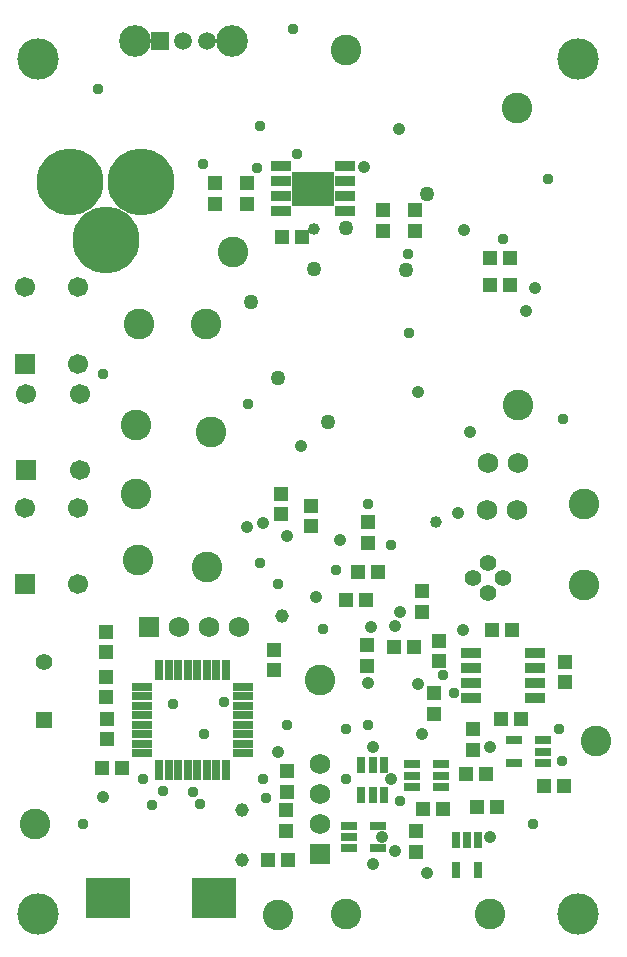
<source format=gbs>
G04 EAGLE Gerber RS-274X export*
G75*
%MOMM*%
%FSLAX34Y34*%
%LPD*%
%INBottom Soldermask*%
%IPPOS*%
%AMOC8*
5,1,8,0,0,1.08239X$1,22.5*%
G01*
%ADD10R,1.303200X1.203200*%
%ADD11R,1.203200X1.303200*%
%ADD12R,1.729200X0.853200*%
%ADD13R,1.403200X0.803200*%
%ADD14R,1.511200X1.511200*%
%ADD15C,1.511200*%
%ADD16C,2.693200*%
%ADD17R,0.803200X1.403200*%
%ADD18R,1.728200X0.853200*%
%ADD19R,3.603200X2.913200*%
%ADD20R,1.733200X1.733200*%
%ADD21C,1.733200*%
%ADD22C,1.727200*%
%ADD23R,3.753200X3.403200*%
%ADD24C,1.701200*%
%ADD25R,1.701200X1.701200*%
%ADD26C,1.411200*%
%ADD27R,1.664400X0.704000*%
%ADD28R,0.704000X1.664400*%
%ADD29C,5.663200*%
%ADD30C,2.603200*%
%ADD31R,1.408200X1.408200*%
%ADD32C,1.408200*%
%ADD33C,3.505200*%
%ADD34C,0.959600*%
%ADD35C,1.259600*%
%ADD36C,1.059600*%
%ADD37C,1.159600*%
%ADD38C,1.009600*%


D10*
X343780Y149860D03*
X326780Y149860D03*
D11*
X364490Y137550D03*
X364490Y154550D03*
X471170Y119770D03*
X471170Y136770D03*
X393700Y79620D03*
X393700Y62620D03*
D10*
X453780Y31750D03*
X470780Y31750D03*
D12*
X446220Y144780D03*
X446220Y132080D03*
X446220Y119380D03*
X446220Y106680D03*
X391980Y106680D03*
X391980Y119380D03*
X391980Y132080D03*
X391980Y144780D03*
D13*
X453190Y70460D03*
X453190Y60960D03*
X453190Y51460D03*
X428190Y51460D03*
X428190Y70460D03*
D11*
X426330Y163830D03*
X409330Y163830D03*
D10*
X360680Y110100D03*
X360680Y93100D03*
D11*
X416950Y88900D03*
X433950Y88900D03*
X425060Y478790D03*
X408060Y478790D03*
X425060Y455930D03*
X408060Y455930D03*
D14*
X128270Y662940D03*
D15*
X148270Y662940D03*
X168270Y662940D03*
D16*
X107270Y662940D03*
X189270Y662940D03*
D10*
X79130Y46990D03*
X96130Y46990D03*
D11*
X344170Y519040D03*
X344170Y502040D03*
X317500Y519040D03*
X317500Y502040D03*
X224790Y129930D03*
X224790Y146930D03*
D10*
X231530Y496570D03*
X248530Y496570D03*
D11*
X83820Y71510D03*
X83820Y88510D03*
X345440Y-6740D03*
X345440Y-23740D03*
D17*
X379120Y-14170D03*
X388620Y-14170D03*
X398120Y-14170D03*
X398120Y-39170D03*
X379120Y-39170D03*
X299110Y49330D03*
X308610Y49330D03*
X318110Y49330D03*
X318110Y24330D03*
X308610Y24330D03*
X299110Y24330D03*
D13*
X341830Y31140D03*
X341830Y40640D03*
X341830Y50140D03*
X366830Y50140D03*
X366830Y40640D03*
X366830Y31140D03*
D11*
X367910Y12700D03*
X350910Y12700D03*
D18*
X231417Y518272D03*
X231417Y530972D03*
X231417Y543672D03*
X231417Y556372D03*
X285657Y556372D03*
X285657Y543672D03*
X285657Y530972D03*
X285657Y518272D03*
D19*
X258537Y537322D03*
D20*
X264160Y-25400D03*
D21*
X264160Y0D03*
X264160Y25400D03*
X264160Y50800D03*
D22*
X430530Y265430D03*
X405130Y265430D03*
D23*
X84742Y-62691D03*
X174742Y-62691D03*
D22*
X406517Y305517D03*
X431917Y305517D03*
D10*
X231140Y279010D03*
X231140Y262010D03*
X256540Y268850D03*
X256540Y251850D03*
D11*
X237100Y-30480D03*
X220100Y-30480D03*
X414153Y13848D03*
X397153Y13848D03*
D10*
X303530Y150740D03*
X303530Y133740D03*
D11*
X404740Y41910D03*
X387740Y41910D03*
D10*
X175260Y541900D03*
X175260Y524900D03*
X201930Y524900D03*
X201930Y541900D03*
X236220Y27060D03*
X236220Y44060D03*
X234950Y11040D03*
X234950Y-5960D03*
D24*
X59330Y202450D03*
D25*
X14330Y202450D03*
D24*
X59330Y267450D03*
X14330Y267450D03*
X60600Y298970D03*
D25*
X15600Y298970D03*
D24*
X60600Y363970D03*
X15600Y363970D03*
X59330Y389140D03*
D25*
X14330Y389140D03*
D24*
X59330Y454140D03*
X14330Y454140D03*
D26*
X406400Y195580D03*
X406400Y220980D03*
X393700Y208280D03*
X419100Y208280D03*
D10*
X304800Y237880D03*
X304800Y254880D03*
D27*
X113710Y59630D03*
X113710Y67630D03*
X113710Y75630D03*
X113710Y83630D03*
X113710Y91630D03*
X113710Y99630D03*
X113710Y107630D03*
X113710Y115630D03*
D28*
X128210Y130130D03*
X136210Y130130D03*
X144210Y130130D03*
X152210Y130130D03*
X160210Y130130D03*
X168210Y130130D03*
X176210Y130130D03*
X184210Y130130D03*
D27*
X198710Y115630D03*
X198710Y107630D03*
X198710Y99630D03*
X198710Y91630D03*
X198710Y83630D03*
X198710Y75630D03*
X198710Y67630D03*
X198710Y59630D03*
D28*
X184210Y45130D03*
X176210Y45130D03*
X168210Y45130D03*
X160210Y45130D03*
X152210Y45130D03*
X144210Y45130D03*
X136210Y45130D03*
X128210Y45130D03*
D11*
X82550Y107070D03*
X82550Y124070D03*
X82550Y162170D03*
X82550Y145170D03*
D29*
X112460Y543240D03*
X82960Y494240D03*
X52460Y543240D03*
D13*
X288490Y-20930D03*
X288490Y-11430D03*
X288490Y-1930D03*
X313490Y-1930D03*
X313490Y-20930D03*
D20*
X119533Y166499D03*
D21*
X144933Y166499D03*
X170333Y166499D03*
X195733Y166499D03*
D30*
X430530Y605790D03*
X167640Y422910D03*
X171450Y331470D03*
X108496Y336981D03*
X487680Y270510D03*
X431800Y354313D03*
X487680Y201930D03*
X498159Y69659D03*
X264160Y121920D03*
X285750Y-76200D03*
X407670Y-76200D03*
X168450Y217555D03*
X110358Y223509D03*
X110490Y422910D03*
X108730Y278930D03*
X228600Y-77470D03*
X22860Y0D03*
X285750Y655320D03*
D31*
X30480Y87630D03*
D32*
X30480Y136430D03*
D10*
X286140Y189230D03*
X303140Y189230D03*
X296300Y213360D03*
X313300Y213360D03*
D11*
X350520Y179460D03*
X350520Y196460D03*
D30*
X190500Y483870D03*
D33*
X25400Y-76200D03*
X482600Y-76200D03*
X482600Y647700D03*
X25400Y647700D03*
D34*
X218440Y21590D03*
X130810Y27940D03*
X162253Y16443D03*
X285750Y80010D03*
X331470Y19050D03*
X285750Y38100D03*
D35*
X354330Y533400D03*
D36*
X308610Y-34290D03*
D34*
X236220Y83820D03*
D36*
X228600Y60960D03*
D34*
X156944Y26768D03*
X182880Y102870D03*
D35*
X205740Y441960D03*
X228600Y377190D03*
X270510Y340360D03*
D34*
X304800Y270510D03*
D36*
X247650Y320040D03*
X327660Y167640D03*
X384810Y163830D03*
X407670Y64770D03*
D37*
X231579Y175549D03*
X198120Y11430D03*
X198120Y-30480D03*
D36*
X80010Y22860D03*
D34*
X215900Y38100D03*
D36*
X201930Y251460D03*
X331470Y179070D03*
X260350Y191770D03*
D34*
X377190Y110490D03*
X368388Y125375D03*
D36*
X391494Y331862D03*
X381000Y262890D03*
X350520Y76200D03*
X307340Y166370D03*
D38*
X361950Y255270D03*
D36*
X346710Y118110D03*
D34*
X213360Y220980D03*
D36*
X407670Y-11430D03*
X316230Y-11430D03*
X304800Y119380D03*
X327660Y-22860D03*
X354330Y-41910D03*
X308610Y64770D03*
X323850Y38100D03*
X386192Y502568D03*
X438150Y434340D03*
D34*
X80010Y381000D03*
X121614Y15892D03*
X457200Y546100D03*
X338615Y482574D03*
X203200Y355600D03*
X469900Y342900D03*
X444500Y0D03*
X304935Y83265D03*
X63500Y0D03*
X228600Y203200D03*
X266700Y165100D03*
X165100Y558800D03*
X76200Y622300D03*
X241300Y673100D03*
D35*
X258916Y469852D03*
D38*
X259228Y503740D03*
D34*
X139436Y101328D03*
X165568Y75796D03*
X114300Y38100D03*
X277418Y214796D03*
X244454Y566981D03*
X211027Y554575D03*
D36*
X300990Y556260D03*
X330585Y588421D03*
D34*
X213360Y590550D03*
D36*
X346710Y365760D03*
D34*
X339090Y415290D03*
D36*
X215900Y254390D03*
X280912Y239986D03*
X236220Y243840D03*
D35*
X285750Y504190D03*
X336550Y468630D03*
D34*
X419100Y495300D03*
D36*
X445770Y453390D03*
D34*
X323850Y236220D03*
X466090Y80010D03*
X468630Y53340D03*
M02*

</source>
